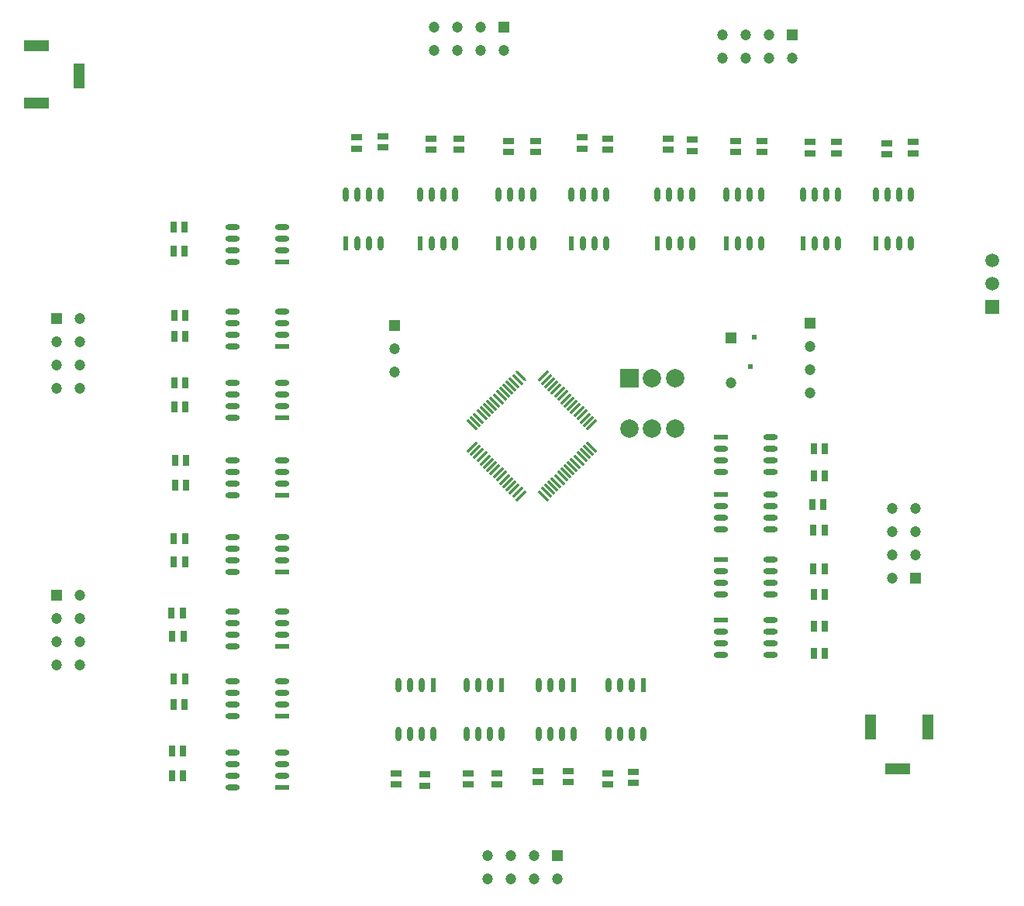
<source format=gbr>
%TF.GenerationSoftware,Altium Limited,Altium Designer,19.1.5 (86)*%
G04 Layer_Color=255*
%FSLAX45Y45*%
%MOMM*%
%TF.FileFunction,Pads,Top*%
%TF.Part,Single*%
G01*
G75*
%TA.AperFunction,SMDPad,CuDef*%
%ADD10R,1.30000X0.70000*%
%ADD11R,0.70000X1.30000*%
%ADD12R,0.60000X1.55000*%
%ADD13O,0.60000X1.55000*%
%ADD14R,1.55000X0.60000*%
%ADD15O,1.55000X0.60000*%
G04:AMPARAMS|DCode=16|XSize=0.25mm|YSize=1.55mm|CornerRadius=0mm|HoleSize=0mm|Usage=FLASHONLY|Rotation=315.000|XOffset=0mm|YOffset=0mm|HoleType=Round|Shape=Rectangle|*
%AMROTATEDRECTD16*
4,1,4,-0.63640,-0.45962,0.45962,0.63640,0.63640,0.45962,-0.45962,-0.63640,-0.63640,-0.45962,0.0*
%
%ADD16ROTATEDRECTD16*%

G04:AMPARAMS|DCode=17|XSize=0.25mm|YSize=1.55mm|CornerRadius=0mm|HoleSize=0mm|Usage=FLASHONLY|Rotation=45.000|XOffset=0mm|YOffset=0mm|HoleType=Round|Shape=Rectangle|*
%AMROTATEDRECTD17*
4,1,4,0.45962,-0.63640,-0.63640,0.45962,-0.45962,0.63640,0.63640,-0.45962,0.45962,-0.63640,0.0*
%
%ADD17ROTATEDRECTD17*%

G04:AMPARAMS|DCode=18|XSize=0.25mm|YSize=1.55mm|CornerRadius=0mm|HoleSize=0mm|Usage=FLASHONLY|Rotation=45.000|XOffset=0mm|YOffset=0mm|HoleType=Round|Shape=Round|*
%AMOVALD18*
21,1,1.30000,0.25000,0.00000,0.00000,135.0*
1,1,0.25000,0.45962,-0.45962*
1,1,0.25000,-0.45962,0.45962*
%
%ADD18OVALD18*%

%ADD19R,0.60000X0.50000*%
%TA.AperFunction,ComponentPad*%
%ADD20R,1.50000X1.50000*%
%ADD21C,1.50000*%
%ADD22C,2.00000*%
%ADD23R,2.00000X2.00000*%
%ADD24R,2.70000X1.20000*%
%ADD25R,1.20000X2.70000*%
%ADD26R,1.20000X1.20000*%
%ADD27C,1.20000*%
%ADD28R,1.20000X1.20000*%
D10*
X13995399Y9731700D02*
D03*
Y9851700D02*
D03*
X11341100Y2904800D02*
D03*
Y2784800D02*
D03*
X15024100Y9706300D02*
D03*
Y9826300D02*
D03*
X13335001Y9731700D02*
D03*
Y9851700D02*
D03*
X12547600Y9706300D02*
D03*
Y9826300D02*
D03*
X13055600Y9744400D02*
D03*
Y9864400D02*
D03*
X10591800Y9744400D02*
D03*
Y9864400D02*
D03*
X11709400Y9731700D02*
D03*
Y9851700D02*
D03*
X11404600Y9731700D02*
D03*
Y9851700D02*
D03*
X12255500Y9706300D02*
D03*
Y9826300D02*
D03*
X16675101Y9693600D02*
D03*
Y9813600D02*
D03*
X10883900Y9757100D02*
D03*
Y9877100D02*
D03*
X16383000Y9680900D02*
D03*
Y9800900D02*
D03*
X14732001Y9706300D02*
D03*
Y9826300D02*
D03*
X14262100Y9719000D02*
D03*
Y9839000D02*
D03*
X15544800Y9693600D02*
D03*
Y9813600D02*
D03*
X15836900Y9693600D02*
D03*
Y9813600D02*
D03*
X11023600Y2917500D02*
D03*
Y2797500D02*
D03*
X11811000Y2921000D02*
D03*
Y2801000D02*
D03*
X12573000Y2946400D02*
D03*
Y2826400D02*
D03*
X13335001Y2917500D02*
D03*
Y2797500D02*
D03*
X12128500Y2921000D02*
D03*
Y2801000D02*
D03*
X12903200Y2942900D02*
D03*
Y2822900D02*
D03*
X13614400Y2933700D02*
D03*
Y2813700D02*
D03*
D11*
X15586400Y6172200D02*
D03*
X15706400D02*
D03*
X15589900Y6464300D02*
D03*
X15709900D02*
D03*
X8699500Y2895600D02*
D03*
X8579500D02*
D03*
X15582899Y5575300D02*
D03*
X15702901D02*
D03*
X15573700Y5854700D02*
D03*
X15693700D02*
D03*
X15586400Y4876800D02*
D03*
X15706400D02*
D03*
X15582899Y5156200D02*
D03*
X15702901D02*
D03*
X8692500Y4673600D02*
D03*
X8572500D02*
D03*
X8717900Y5232400D02*
D03*
X8597900D02*
D03*
X8717900Y5486400D02*
D03*
X8597900D02*
D03*
X8714400Y3670300D02*
D03*
X8594400D02*
D03*
X8701700Y4419600D02*
D03*
X8581700D02*
D03*
X8734100Y6070600D02*
D03*
X8614100D02*
D03*
X8721400Y7188200D02*
D03*
X8601400D02*
D03*
X8721400Y7924800D02*
D03*
X8601400D02*
D03*
X8699500Y3162300D02*
D03*
X8579500D02*
D03*
X8717900Y3949700D02*
D03*
X8597900D02*
D03*
X8734100Y6337300D02*
D03*
X8614100D02*
D03*
X8721400Y6921500D02*
D03*
X8601400D02*
D03*
X8721400Y7696200D02*
D03*
X8601400D02*
D03*
X8712200Y8623300D02*
D03*
X8592200D02*
D03*
X8712200Y8890000D02*
D03*
X8592200D02*
D03*
X15586400Y4528200D02*
D03*
X15706400D02*
D03*
X15586400Y4229100D02*
D03*
X15706400D02*
D03*
D12*
X16268700Y8705600D02*
D03*
X13728700Y3886200D02*
D03*
X12966701D02*
D03*
X12179300D02*
D03*
X11430000D02*
D03*
X12141200Y8705600D02*
D03*
X12941299D02*
D03*
X13881100D02*
D03*
X14630400D02*
D03*
X10477500D02*
D03*
X11290300D02*
D03*
X15468600D02*
D03*
D13*
X16395700D02*
D03*
X16522701D02*
D03*
X16649699D02*
D03*
X16268700Y9245600D02*
D03*
X16395700D02*
D03*
X16522701D02*
D03*
X16649699D02*
D03*
X13601700Y3886200D02*
D03*
X13474699D02*
D03*
X13347701D02*
D03*
X13728700Y3346200D02*
D03*
X13601700D02*
D03*
X13474699D02*
D03*
X13347701D02*
D03*
X12839700Y3886200D02*
D03*
X12712700D02*
D03*
X12585700D02*
D03*
X12966701Y3346200D02*
D03*
X12839700D02*
D03*
X12712700D02*
D03*
X12585700D02*
D03*
X12052300Y3886200D02*
D03*
X11925300D02*
D03*
X11798300D02*
D03*
X12179300Y3346200D02*
D03*
X12052300D02*
D03*
X11925300D02*
D03*
X11798300D02*
D03*
X11303000Y3886200D02*
D03*
X11176000D02*
D03*
X11049000D02*
D03*
X11430000Y3346200D02*
D03*
X11303000D02*
D03*
X11176000D02*
D03*
X11049000D02*
D03*
X12268200Y8705600D02*
D03*
X12395200D02*
D03*
X12522200D02*
D03*
X12141200Y9245600D02*
D03*
X12268200D02*
D03*
X12395200D02*
D03*
X12522200D02*
D03*
X13068300Y8705600D02*
D03*
X13195300D02*
D03*
X13322301D02*
D03*
X12941299Y9245600D02*
D03*
X13068300D02*
D03*
X13195300D02*
D03*
X13322301D02*
D03*
X14008099Y8705600D02*
D03*
X14135100D02*
D03*
X14262100D02*
D03*
X13881100Y9245600D02*
D03*
X14008099D02*
D03*
X14135100D02*
D03*
X14262100D02*
D03*
X14757401Y8705600D02*
D03*
X14884399D02*
D03*
X15011400D02*
D03*
X14630400Y9245600D02*
D03*
X14757401D02*
D03*
X14884399D02*
D03*
X15011400D02*
D03*
X10604500Y8705600D02*
D03*
X10731500D02*
D03*
X10858500D02*
D03*
X10477500Y9245600D02*
D03*
X10604500D02*
D03*
X10731500D02*
D03*
X10858500D02*
D03*
X11417300Y8705600D02*
D03*
X11544300D02*
D03*
X11671300D02*
D03*
X11290300Y9245600D02*
D03*
X11417300D02*
D03*
X11544300D02*
D03*
X11671300D02*
D03*
X15595599Y8705600D02*
D03*
X15722600D02*
D03*
X15849600D02*
D03*
X15468600Y9245600D02*
D03*
X15595599D02*
D03*
X15722600D02*
D03*
X15849600D02*
D03*
D14*
X14573000Y6591300D02*
D03*
Y5257800D02*
D03*
Y4597400D02*
D03*
X9779000Y2768600D02*
D03*
Y3543300D02*
D03*
Y4305300D02*
D03*
Y5118100D02*
D03*
Y5956300D02*
D03*
Y6807200D02*
D03*
Y7581900D02*
D03*
Y8509000D02*
D03*
X14573000Y5969000D02*
D03*
D15*
Y6464300D02*
D03*
Y6337300D02*
D03*
Y6210300D02*
D03*
X15113000Y6591300D02*
D03*
Y6464300D02*
D03*
Y6337300D02*
D03*
Y6210300D02*
D03*
X14573000Y5130800D02*
D03*
Y5003800D02*
D03*
Y4876800D02*
D03*
X15113000Y5257800D02*
D03*
Y5130800D02*
D03*
Y5003800D02*
D03*
Y4876800D02*
D03*
X14573000Y4470400D02*
D03*
Y4343400D02*
D03*
Y4216400D02*
D03*
X15113000Y4597400D02*
D03*
Y4470400D02*
D03*
Y4343400D02*
D03*
Y4216400D02*
D03*
X9779000Y2895600D02*
D03*
Y3022600D02*
D03*
Y3149600D02*
D03*
X9239000Y2768600D02*
D03*
Y2895600D02*
D03*
Y3022600D02*
D03*
Y3149600D02*
D03*
X9779000Y3670300D02*
D03*
Y3797300D02*
D03*
Y3924300D02*
D03*
X9239000Y3543300D02*
D03*
Y3670300D02*
D03*
Y3797300D02*
D03*
Y3924300D02*
D03*
X9779000Y4432300D02*
D03*
Y4559300D02*
D03*
Y4686300D02*
D03*
X9239000Y4305300D02*
D03*
Y4432300D02*
D03*
Y4559300D02*
D03*
Y4686300D02*
D03*
X9779000Y5245100D02*
D03*
Y5372100D02*
D03*
Y5499100D02*
D03*
X9239000Y5118100D02*
D03*
Y5245100D02*
D03*
Y5372100D02*
D03*
Y5499100D02*
D03*
X9779000Y6083300D02*
D03*
Y6210300D02*
D03*
Y6337300D02*
D03*
X9239000Y5956300D02*
D03*
Y6083300D02*
D03*
Y6210300D02*
D03*
Y6337300D02*
D03*
X9779000Y6934200D02*
D03*
Y7061200D02*
D03*
Y7188200D02*
D03*
X9239000Y6807200D02*
D03*
Y6934200D02*
D03*
Y7061200D02*
D03*
Y7188200D02*
D03*
X9779000Y7708900D02*
D03*
Y7835900D02*
D03*
Y7962900D02*
D03*
X9239000Y7581900D02*
D03*
Y7708900D02*
D03*
Y7835900D02*
D03*
Y7962900D02*
D03*
X9779000Y8636000D02*
D03*
Y8763000D02*
D03*
Y8890000D02*
D03*
X9239000Y8509000D02*
D03*
Y8636000D02*
D03*
Y8763000D02*
D03*
Y8890000D02*
D03*
X14573000Y5842000D02*
D03*
Y5715000D02*
D03*
Y5588000D02*
D03*
X15113000Y5969000D02*
D03*
Y5842000D02*
D03*
Y5715000D02*
D03*
Y5588000D02*
D03*
D16*
X12630313Y7257887D02*
D03*
X12665669Y7222532D02*
D03*
X12701024Y7187176D02*
D03*
X12736379Y7151821D02*
D03*
X12771734Y7116466D02*
D03*
X12807091Y7081111D02*
D03*
X12842445Y7045755D02*
D03*
X12877800Y7010400D02*
D03*
X12913155Y6975045D02*
D03*
X12948511Y6939689D02*
D03*
X12983865Y6904334D02*
D03*
X13019221Y6868979D02*
D03*
X13054576Y6833624D02*
D03*
X13089932Y6798268D02*
D03*
X13125287Y6762913D02*
D03*
X13160641Y6727558D02*
D03*
X12385654Y5952570D02*
D03*
X12350299Y5987925D02*
D03*
X12314944Y6023281D02*
D03*
X12279589Y6058636D02*
D03*
X12244233Y6093991D02*
D03*
X12208878Y6129346D02*
D03*
X12173523Y6164702D02*
D03*
X12138167Y6200057D02*
D03*
X12102812Y6235412D02*
D03*
X12067457Y6270767D02*
D03*
X12032102Y6306123D02*
D03*
X11996746Y6341478D02*
D03*
X11961391Y6376833D02*
D03*
X11926036Y6412189D02*
D03*
X11890681Y6447544D02*
D03*
X11855325Y6482899D02*
D03*
D17*
X13160641D02*
D03*
X13125287Y6447544D02*
D03*
X13089932Y6412189D02*
D03*
X13054576Y6376833D02*
D03*
X13019221Y6341478D02*
D03*
X12983865Y6306123D02*
D03*
X12948511Y6270767D02*
D03*
X12913155Y6235412D02*
D03*
X12877800Y6200057D02*
D03*
X12842445Y6164702D02*
D03*
X12807091Y6129346D02*
D03*
X12771734Y6093991D02*
D03*
X12736379Y6058636D02*
D03*
X12701024Y6023281D02*
D03*
X12665669Y5987925D02*
D03*
X12630313Y5952570D02*
D03*
X11855325Y6727558D02*
D03*
X11890681Y6762913D02*
D03*
X11926036Y6798268D02*
D03*
X11961391Y6833624D02*
D03*
X11996746Y6868979D02*
D03*
X12032102Y6904334D02*
D03*
X12067457Y6939689D02*
D03*
X12102812Y6975045D02*
D03*
X12138167Y7010400D02*
D03*
X12173523Y7045755D02*
D03*
X12208878Y7081111D02*
D03*
X12244233Y7116466D02*
D03*
X12279589Y7151821D02*
D03*
X12314944Y7187176D02*
D03*
X12350299Y7222532D02*
D03*
D18*
X12385654Y7257887D02*
D03*
D19*
X14935201Y7683500D02*
D03*
X14897099Y7366000D02*
D03*
D20*
X17538699Y8013700D02*
D03*
D21*
Y8267700D02*
D03*
Y8521700D02*
D03*
D22*
X14071600Y6689000D02*
D03*
X13821600D02*
D03*
X13571600D02*
D03*
X14071600Y7239000D02*
D03*
X13821600D02*
D03*
D23*
X13571600D02*
D03*
D24*
X7099300Y10870500D02*
D03*
Y10240500D02*
D03*
X16505200Y2969000D02*
D03*
D25*
X7559300Y10540500D02*
D03*
X16835201Y3429000D02*
D03*
X16205200D02*
D03*
D26*
X14681200Y7678200D02*
D03*
X15354300Y10985500D02*
D03*
X12788900Y2019300D02*
D03*
X12204700Y11074400D02*
D03*
D27*
X14681200Y7188200D02*
D03*
X14592300Y10731500D02*
D03*
X14846300D02*
D03*
X15100301D02*
D03*
X15354300D02*
D03*
X14592300Y10985500D02*
D03*
X14846300D02*
D03*
X15100301D02*
D03*
X15544800Y7073900D02*
D03*
Y7327900D02*
D03*
Y7581900D02*
D03*
X11010900Y7556500D02*
D03*
Y7302500D02*
D03*
X16446500Y5816600D02*
D03*
Y5562600D02*
D03*
Y5308600D02*
D03*
Y5054600D02*
D03*
X16700500Y5816600D02*
D03*
Y5562600D02*
D03*
Y5308600D02*
D03*
X12534900Y2019300D02*
D03*
X12280900D02*
D03*
X12026900D02*
D03*
X12788900Y1765300D02*
D03*
X12534900D02*
D03*
X12280900D02*
D03*
X12026900D02*
D03*
X7315200Y4610100D02*
D03*
Y4356100D02*
D03*
Y4102100D02*
D03*
X7569200Y4864100D02*
D03*
Y4610100D02*
D03*
Y4356100D02*
D03*
Y4102100D02*
D03*
X7315200Y7632700D02*
D03*
Y7378700D02*
D03*
Y7124700D02*
D03*
X7569200Y7886700D02*
D03*
Y7632700D02*
D03*
Y7378700D02*
D03*
Y7124700D02*
D03*
X11950700Y11074400D02*
D03*
X11696700D02*
D03*
X11442700D02*
D03*
X12204700Y10820400D02*
D03*
X11950700D02*
D03*
X11696700D02*
D03*
X11442700D02*
D03*
D28*
X15544800Y7835900D02*
D03*
X11010900Y7810500D02*
D03*
X16700500Y5054600D02*
D03*
X7315200Y4864100D02*
D03*
Y7886700D02*
D03*
%TF.MD5,3be0a94381b1f6c6583d9de5bef36ace*%
M02*

</source>
